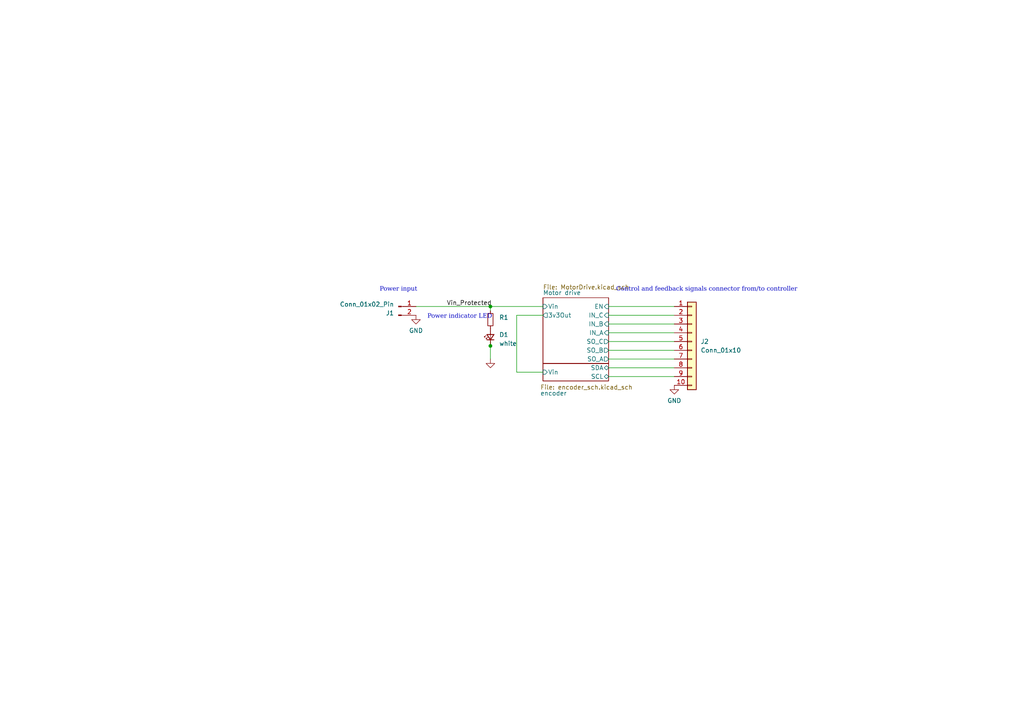
<source format=kicad_sch>
(kicad_sch (version 20231120) (generator "eeschema") (generator_version "8.0")
  (paper "A4")
  (title_block (title "Magnetic Encoder IC and Peripherals") (company "Alper Basaran"))
  (lib_symbols
    (symbol "Connector:Conn_01x02_Pin" (pin_names (offset 1.016) hide)
      (property "Reference" "J" (at 0 2.54 0))
      (property "Value" "Conn_01x02_Pin" (at 0 -5.08 0))
      (symbol "Conn_01x02_Pin_1_1"
        (polyline (pts (xy 1.27 -2.54) (xy 0.8636 -2.54)) (stroke (width 0.1524)))
        (polyline (pts (xy 1.27 0) (xy 0.8636 0)) (stroke (width 0.1524)))
        (rectangle (start 0.8636 -2.413) (end 0 -2.667) (stroke (width 0.1524)) (fill (type outline)))
        (rectangle (start 0.8636 0.127) (end 0 -0.127) (stroke (width 0.1524)) (fill (type outline)))
        (pin passive line (at 5.08 0 180) (length 3.81) (name "Pin_1") (number "1"))
        (pin passive line (at 5.08 -2.54 180) (length 3.81) (name "Pin_2") (number "2"))
      )
    )
    (symbol "Connector_Generic:Conn_01x10" (pin_names (offset 1.016) hide)
      (property "Reference" "J" (at 0 12.7 0))
      (property "Value" "Conn_01x10" (at 0 -15.24 0))
      (symbol "Conn_01x10_1_1"
        (rectangle (start -1.27 -12.573) (end 0 -12.827) (stroke (width 0.1524)))
        (rectangle (start -1.27 -10.033) (end 0 -10.287) (stroke (width 0.1524)))
        (rectangle (start -1.27 -7.493) (end 0 -7.747) (stroke (width 0.1524)))
        (rectangle (start -1.27 -4.953) (end 0 -5.207) (stroke (width 0.1524)))
        (rectangle (start -1.27 -2.413) (end 0 -2.667) (stroke (width 0.1524)))
        (rectangle (start -1.27 0.127) (end 0 -0.127) (stroke (width 0.1524)))
        (rectangle (start -1.27 2.667) (end 0 2.413) (stroke (width 0.1524)))
        (rectangle (start -1.27 5.207) (end 0 4.953) (stroke (width 0.1524)))
        (rectangle (start -1.27 7.747) (end 0 7.493) (stroke (width 0.1524)))
        (rectangle (start -1.27 10.287) (end 0 10.033) (stroke (width 0.1524)))
        (rectangle (start -1.27 11.43) (end 1.27 -13.97) (stroke (width 0.254)) (fill (type background)))
        (pin passive line (at -5.08 10.16 0) (length 3.81) (name "Pin_1") (number "1"))
        (pin passive line (at -5.08 -12.7 0) (length 3.81) (name "Pin_10") (number "10"))
        (pin passive line (at -5.08 7.62 0) (length 3.81) (name "Pin_2") (number "2"))
        (pin passive line (at -5.08 5.08 0) (length 3.81) (name "Pin_3") (number "3"))
        (pin passive line (at -5.08 2.54 0) (length 3.81) (name "Pin_4") (number "4"))
        (pin passive line (at -5.08 0 0) (length 3.81) (name "Pin_5") (number "5"))
        (pin passive line (at -5.08 -2.54 0) (length 3.81) (name "Pin_6") (number "6"))
        (pin passive line (at -5.08 -5.08 0) (length 3.81) (name "Pin_7") (number "7"))
        (pin passive line (at -5.08 -7.62 0) (length 3.81) (name "Pin_8") (number "8"))
        (pin passive line (at -5.08 -10.16 0) (length 3.81) (name "Pin_9") (number "9"))
      )
    )
    (symbol "Device:LED_Small" (pin_numbers hide) (pin_names (offset 0.254) hide)
      (property "Reference" "D" (at -1.27 3.175 0))
      (property "Value" "LED_Small" (at -4.445 -2.54 0))
      (symbol "LED_Small_0_1"
        (polyline (pts (xy -0.762 -1.016) (xy -0.762 1.016)) (stroke (width 0.254)))
        (polyline (pts (xy 1.016 0) (xy -0.762 0)))
        (polyline (pts (xy 0.762 -1.016) (xy -0.762 0) (xy 0.762 1.016) (xy 0.762 -1.016)) (stroke (width 0.254)))
        (polyline (pts (xy 0 0.762) (xy -0.508 1.27) (xy -0.254 1.27) (xy -0.508 1.27) (xy -0.508 1.016)))
        (polyline (pts (xy 0.508 1.27) (xy 0 1.778) (xy 0.254 1.778) (xy 0 1.778) (xy 0 1.524)))
      )
      (symbol "LED_Small_1_1"
        (pin passive line (at -2.54 0 0) (length 1.778) (name "K") (number "1"))
        (pin passive line (at 2.54 0 180) (length 1.778) (name "A") (number "2"))
      )
    )
    (symbol "Device:R_Small" (pin_numbers hide) (pin_names (offset 0.254) hide)
      (property "Reference" "R" (at 0.762 0.508 0))
      (property "Value" "R_Small" (at 0.762 -1.016 0))
      (symbol "R_Small_0_1"
        (rectangle (start -0.762 1.778) (end 0.762 -1.778) (stroke (width 0.2032)))
      )
      (symbol "R_Small_1_1"
        (pin passive line (at 0 2.54 270) (length 0.762) (name "~") (number "1"))
        (pin passive line (at 0 -2.54 90) (length 0.762) (name "~") (number "2"))
      )
    )
    (symbol "power:GND" (power) (pin_names (offset 0))
      (property "Value" "GND" (at 0 -3.81 0))
      (symbol "GND_0_1"
        (polyline (pts (xy 0 0) (xy 0 -1.27) (xy 1.27 -1.27) (xy 0 -2.54) (xy -1.27 -1.27) (xy 0 -1.27)))
      )
      (symbol "GND_1_1"
        (pin power_in line (at 0 0 270) (length 0) hide (name "GND") (number "1"))
      )
    )
  )
  (junction (at 142.24 88.9))
  (junction (at 142.24 100.33))
  (wire (pts (xy 157.48 91.44) (xy 149.86 91.44)))
  (wire (pts (xy 176.53 88.9) (xy 195.58 88.9)))
  (wire (pts (xy 142.24 88.9) (xy 157.48 88.9)))
  (wire (pts (xy 176.53 109.22) (xy 195.58 109.22)))
  (wire (pts (xy 120.65 88.9) (xy 142.24 88.9)))
  (wire (pts (xy 149.86 107.95) (xy 157.48 107.95)))
  (wire (pts (xy 142.24 99.06) (xy 142.24 100.33)))
  (wire (pts (xy 142.24 90.17) (xy 142.24 88.9)))
  (wire (pts (xy 142.24 100.33) (xy 142.24 104.14)))
  (wire (pts (xy 176.53 93.98) (xy 195.58 93.98)))
  (wire (pts (xy 149.86 91.44) (xy 149.86 107.95)))
  (wire (pts (xy 176.53 99.06) (xy 195.58 99.06)))
  (wire (pts (xy 176.53 106.68) (xy 195.58 106.68)))
  (wire (pts (xy 176.53 101.6) (xy 195.58 101.6)))
  (wire (pts (xy 176.53 96.52) (xy 195.58 96.52)))
  (wire (pts (xy 176.53 104.14) (xy 195.58 104.14)))
  (wire (pts (xy 176.53 91.44) (xy 195.58 91.44)))
  (text "Power indicator LED" (at 133.35 92.202 0) (effects (font (size 1.27 1.27))))
  (text "Power input" (at 115.57 84.328 0) (effects (font (size 1.27 1.27))))
  (text "Control and feedback signals connector from/to controller\n" (at 204.978 84.328 0) (effects (font (size 1.27 1.27))))
  (label "Vin_Protected" (at 129.54 88.9 0))
  (symbol (lib_id "Device:LED_Small") (at 142.24 97.79 90) (unit 1)
    (property "Reference" "D1" (at 144.78 97.0915 90) (effects (justify right)))
    (property "Value" "white" (at 144.78 99.6315 90) (effects (justify right)))
    (property "Footprint" "LED_SMD:LED_0603_1608Metric_Pad1.05x0.95mm_HandSolder" (effects (hide yes)))
  )
  (symbol (lib_id "Connector_Generic:Conn_01x10") (at 200.66 99.06 0) (unit 1)
    (property "Reference" "J2" (at 203.2 99.0599 0) (effects (justify left)))
    (property "Value" "Conn_01x10" (at 203.2 101.5999 0) (effects (justify left)))
    (property "Footprint" "Connector_Molex:Molex_PicoBlade_53261-1071_1x10-1MP_P1.25mm_Horizontal" (effects (hide yes)))
    (property "Description" "Generic connector, single row, 01x10, script generated (kicad-library-utils/schlib/autogen/connector/)" (effects (hide yes)))
  )
  (symbol (lib_id "Device:R_Small") (at 142.24 92.71 180) (unit 1)
    (property "Reference" "R1" (at 144.78 92.075 0) (effects (justify right)))
    (property "Value" "1k" (effects (hide yes)))
    (property "Footprint" "Resistor_SMD:R_0603_1608Metric_Pad0.98x0.95mm_HandSolder" (effects (hide yes)))
  )
  (symbol (lib_id "power:GND") (at 195.58 111.76 0) (unit 1)
    (property "Reference" "#PWR03" (effects (hide yes)))
    (property "Value" "GND" (at 195.58 116.205 0))
  )
  (symbol (lib_id "power:GND") (at 142.24 104.14 0) (unit 1)
    (property "Reference" "#PWR02" (effects (hide yes)))
    (property "Value" "GND" (effects (hide yes)))
  )
  (symbol (lib_id "power:GND") (at 120.65 91.44 0) (unit 1)
    (property "Reference" "#PWR01" (effects (hide yes)))
    (property "Value" "GND" (at 120.65 95.885 0))
  )
  (symbol (lib_id "Connector:Conn_01x02_Pin") (at 115.57 88.9 0) (unit 1)
    (property "Reference" "J1" (at 114.3 90.805 0) (effects (justify right)))
    (property "Value" "Conn_01x02_Pin" (at 114.3 88.265 0) (effects (justify right)))
    (property "Footprint" "Connector_Molex:Molex_PicoBlade_53261-0271_1x02-1MP_P1.25mm_Horizontal" (effects (hide yes)))
  )
  (sheet (at 157.48 86.36) (size 19.05 19.05) (stroke (width 0.1524))
    (property "Sheetname" "Motor drive" (at 157.48 85.6484 0) (effects (justify left bottom)))
    (property "Sheetfile" "MotorDrive.kicad_sch" (at 157.48 82.55 0) (effects (justify left top)))
    (pin "IN_A" input (at 176.53 96.52 0))
    (pin "IN_B" input (at 176.53 93.98 0))
    (pin "SO_C" output (at 176.53 99.06 0))
    (pin "SO_B" output (at 176.53 101.6 0))
    (pin "SO_A" output (at 176.53 104.14 0))
    (pin "EN" input (at 176.53 88.9 0))
    (pin "Vin" input (at 157.48 88.9 180))
    (pin "IN_C" input (at 176.53 91.44 0))
    (pin "3v3Out" output (at 157.48 91.44 180))
  )
  (sheet (at 157.48 105.41) (size 19.05 5.08) (stroke (width 0.1524))
    (property "Sheetname" "encoder" (at 156.718 114.808 0) (effects (justify left bottom)))
    (property "Sheetfile" "encoder_sch.kicad_sch" (at 156.718 111.5826 0) (effects (justify left top)))
    (pin "SDA" bidirectional (at 176.53 106.68 0))
    (pin "SCL" bidirectional (at 176.53 109.22 0))
    (pin "Vin" input (at 157.48 107.95 180))
  )
)
</source>
